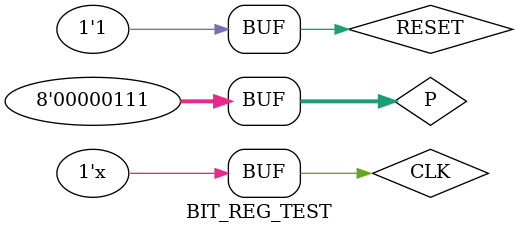
<source format=v>
`timescale 1ns / 1ps


module BIT_REG_TEST;

	// Inputs
	reg [7:0] P;
	reg CLK;
	reg RESET;

	// Outputs
	wire [7:0] Q;

	// Instantiate the Unit Under Test (UUT)
	bit_register uut (
		.P(P), 
		.Q(Q), 
		.CLK(CLK),
		.RESET(RESET)
	);

	initial begin
		// Initialize Inputs
		P = 0;
		CLK = 0;
		RESET = 0;

		// Wait 100 ns for global reset to finish
		#100;
      P = 1;
		#100;
		P = 2;
		#100;
		P = 3;
		#100;
		P = 4;
		#100;
		P = 5;
		#100;
		P = 6;
		#100;
		P = 7;
		#100;
		
		RESET = 1;
		#100;
      P = 1;
		#100;
		P = 2;
		#100;
		P = 3;
		#100;
		P = 4;
		#100;
		P = 5;
		#100;
		P = 6;
		#100;
		P = 7;
		#100;
		
	end
	
	always begin
		#17 CLK= ~CLK;
	end
      
endmodule


</source>
